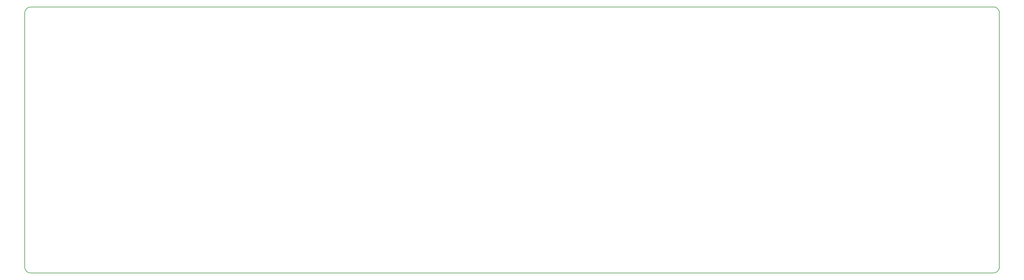
<source format=gm1>
G04 #@! TF.GenerationSoftware,KiCad,Pcbnew,(6.0.7)*
G04 #@! TF.CreationDate,2022-10-02T17:15:59-07:00*
G04 #@! TF.ProjectId,keyboard,6b657962-6f61-4726-942e-6b696361645f,rev?*
G04 #@! TF.SameCoordinates,Original*
G04 #@! TF.FileFunction,Profile,NP*
%FSLAX46Y46*%
G04 Gerber Fmt 4.6, Leading zero omitted, Abs format (unit mm)*
G04 Created by KiCad (PCBNEW (6.0.7)) date 2022-10-02 17:15:59*
%MOMM*%
%LPD*%
G01*
G04 APERTURE LIST*
G04 #@! TA.AperFunction,Profile*
%ADD10C,0.200000*%
G04 #@! TD*
G04 APERTURE END LIST*
D10*
X355745072Y-105289576D02*
X65450292Y-105289576D01*
X65535360Y-25000000D02*
X355813844Y-25000000D01*
X357500000Y-26711422D02*
X357500000Y-103500000D01*
X63750000Y-103534648D02*
X63750000Y-26750000D01*
X357499931Y-26711423D02*
G75*
G03*
X355813844Y-25000000I-1748131J-35977D01*
G01*
X65535361Y-25000021D02*
G75*
G03*
X63750000Y-26750000I50539J-1837279D01*
G01*
X355745072Y-105289565D02*
G75*
G03*
X357500000Y-103500000I-60472J1814565D01*
G01*
X63749964Y-103534648D02*
G75*
G03*
X65450292Y-105289576I1748836J-6752D01*
G01*
M02*

</source>
